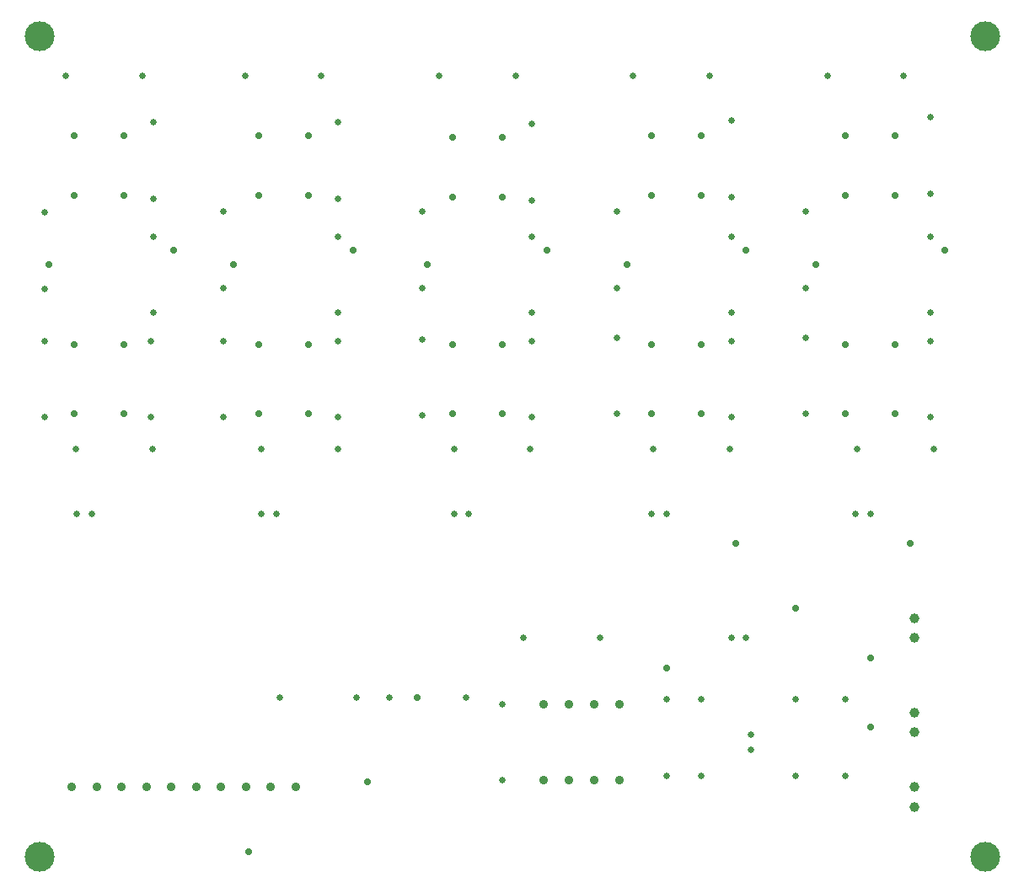
<source format=gbr>
%TF.GenerationSoftware,Altium Limited,Altium Designer,24.10.1 (45)*%
G04 Layer_Color=0*
%FSLAX45Y45*%
%MOMM*%
%TF.SameCoordinates,D700451D-F6DB-41F8-9F1A-DBDDD93A0A9D*%
%TF.FilePolarity,Positive*%
%TF.FileFunction,Plated,1,2,PTH,Drill*%
%TF.Part,Single*%
G01*
G75*
%TA.AperFunction,ComponentDrill*%
%ADD37C,0.65000*%
%ADD38C,0.70000*%
%ADD39C,0.90000*%
%ADD40C,0.90000*%
%ADD41C,1.00000*%
%ADD42C,0.65000*%
%TA.AperFunction,ViaDrill,NotFilled*%
%ADD43C,3.00000*%
%ADD44C,0.71120*%
D37*
X7666500Y4850000D02*
D03*
X8433500D02*
D03*
X13933501Y11100000D02*
D03*
X13166499D02*
D03*
X11983500D02*
D03*
X11216500D02*
D03*
X10033500D02*
D03*
X9266500D02*
D03*
X8083500D02*
D03*
X7316500D02*
D03*
X6283500D02*
D03*
X5516500D02*
D03*
X13450000Y6700000D02*
D03*
X13600000D02*
D03*
X11400000D02*
D03*
X11550000D02*
D03*
X9416499D02*
D03*
X9566499D02*
D03*
X7483000D02*
D03*
X7633000D02*
D03*
X5625000D02*
D03*
X5775000D02*
D03*
X10883500Y5450000D02*
D03*
X10116500D02*
D03*
X13466499Y7350000D02*
D03*
X14233501D02*
D03*
X11416500D02*
D03*
X12183500D02*
D03*
X9416500D02*
D03*
X10183500D02*
D03*
X5616500D02*
D03*
X6383500D02*
D03*
X7483000D02*
D03*
X8250000D02*
D03*
X12200000Y5450000D02*
D03*
X12350000D02*
D03*
X9533500Y4850000D02*
D03*
X8766500D02*
D03*
D38*
X11900000Y7700000D02*
D03*
X11400000D02*
D03*
X9900000D02*
D03*
X9400000D02*
D03*
X7950000D02*
D03*
X7450000D02*
D03*
X13350000Y9900000D02*
D03*
X13850000D02*
D03*
X5600000D02*
D03*
X6100000D02*
D03*
Y10500000D02*
D03*
X5600000D02*
D03*
X9400000Y8400000D02*
D03*
X9900000D02*
D03*
X9400000Y9883500D02*
D03*
X9900000D02*
D03*
Y10483500D02*
D03*
X9400000D02*
D03*
X13850000Y7700000D02*
D03*
X13350000D02*
D03*
X6100000D02*
D03*
X5600000D02*
D03*
X13850000Y10500000D02*
D03*
X13350000D02*
D03*
X11900000D02*
D03*
X11400000D02*
D03*
X7950000D02*
D03*
X7450000D02*
D03*
X13350000Y8400000D02*
D03*
X13850000D02*
D03*
X11400000D02*
D03*
X11900000D02*
D03*
X7450000D02*
D03*
X7950000D02*
D03*
X5600000D02*
D03*
X6100000D02*
D03*
X11400000Y9900000D02*
D03*
X11900000D02*
D03*
X7450000Y9900000D02*
D03*
X7950000D02*
D03*
D39*
X7825000Y3952500D02*
D03*
X7575000D02*
D03*
X7325000D02*
D03*
X7075000D02*
D03*
X6825000D02*
D03*
X6575000D02*
D03*
X6325000D02*
D03*
X6075000D02*
D03*
X5825000D02*
D03*
X5575000D02*
D03*
D40*
X11081000Y4783500D02*
D03*
X10827000D02*
D03*
X10573000D02*
D03*
X10319000D02*
D03*
X11081000Y4021500D02*
D03*
X10827000D02*
D03*
X10573000D02*
D03*
X10319000D02*
D03*
D41*
X14045000Y3750000D02*
D03*
Y3950000D02*
D03*
Y4500000D02*
D03*
Y4700000D02*
D03*
Y5450000D02*
D03*
Y5650000D02*
D03*
D42*
X9900000Y4016500D02*
D03*
Y4783500D02*
D03*
X11550000Y4066499D02*
D03*
Y4833500D02*
D03*
X11900000Y4066499D02*
D03*
Y4833500D02*
D03*
X14200000Y8433500D02*
D03*
Y7666500D02*
D03*
Y8716500D02*
D03*
Y9483500D02*
D03*
Y9916500D02*
D03*
Y10683500D02*
D03*
X12950000Y7700000D02*
D03*
Y8467000D02*
D03*
Y9733500D02*
D03*
Y8966500D02*
D03*
X12200000Y9883500D02*
D03*
Y10650500D02*
D03*
X12200000Y8433500D02*
D03*
Y7666500D02*
D03*
X11050000Y7700000D02*
D03*
Y8467000D02*
D03*
X11050000Y9733500D02*
D03*
Y8966500D02*
D03*
X10200000Y8433500D02*
D03*
Y7666500D02*
D03*
X9100000Y7683000D02*
D03*
Y8450000D02*
D03*
X9100000Y9733500D02*
D03*
Y8966500D02*
D03*
X10200000Y8716500D02*
D03*
Y9483500D02*
D03*
Y9850000D02*
D03*
Y10617001D02*
D03*
X6400000Y9866500D02*
D03*
Y10633500D02*
D03*
X8250000Y9866500D02*
D03*
Y10633500D02*
D03*
Y8716500D02*
D03*
Y9483500D02*
D03*
X7100000Y9733500D02*
D03*
Y8966500D02*
D03*
X5300000Y9726501D02*
D03*
Y8959501D02*
D03*
X6400000Y8716500D02*
D03*
Y9483500D02*
D03*
X8250000Y8433500D02*
D03*
Y7666500D02*
D03*
X7100000Y7666500D02*
D03*
Y8433500D02*
D03*
X5300000Y7666500D02*
D03*
Y8433500D02*
D03*
X6367001D02*
D03*
Y7666500D02*
D03*
X12200000Y8716500D02*
D03*
Y9483500D02*
D03*
X13350000Y4066500D02*
D03*
Y4833500D02*
D03*
X12400000Y4324999D02*
D03*
Y4475000D02*
D03*
X12850000Y4066499D02*
D03*
Y4833500D02*
D03*
D43*
X5250000Y11500000D02*
D03*
Y3250000D02*
D03*
X14750000D02*
D03*
Y11500000D02*
D03*
D44*
X12250000Y6400000D02*
D03*
X13600000Y5250000D02*
D03*
Y4550000D02*
D03*
X14000000Y6400000D02*
D03*
X12850000Y5750000D02*
D03*
X11550000Y5150000D02*
D03*
X7350000Y3300000D02*
D03*
X8550000Y4000000D02*
D03*
X9050000Y4850000D02*
D03*
X14350000Y9350000D02*
D03*
X12350000D02*
D03*
X10350000D02*
D03*
X8400000D02*
D03*
X6600000D02*
D03*
X13050000Y9200000D02*
D03*
X11150000D02*
D03*
X9150000D02*
D03*
X7200000D02*
D03*
X5350000D02*
D03*
%TF.MD5,f1801bcd7ada30e91e606ba5d56fd2db*%
M02*

</source>
